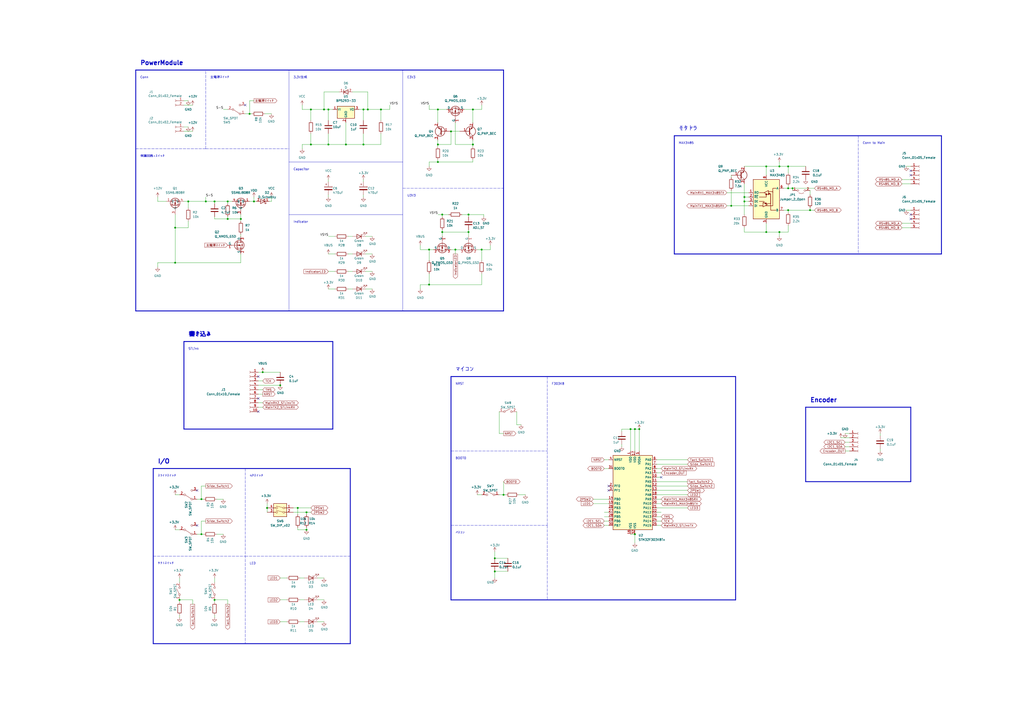
<source format=kicad_sch>
(kicad_sch (version 20211123) (generator eeschema)
  (paper "A2")
  (junction (at 132.08 127))
  (junction (at 180.34 63.5))
  (junction (at 132.08 116.84))
  (junction (at 116.84 309.88))
  (junction (at 248.92 144.78))
  (junction (at 124.46 347.98))
  (junction (at 139.7 127))
  (junction (at 256.54 134.62))
  (junction (at 370.84 248.92))
  (junction (at 162.56 223.52))
  (junction (at 177.8 307.34))
  (junction (at 152.4 215.9))
  (junction (at 116.84 289.56))
  (junction (at 200.66 83.82))
  (junction (at 104.14 347.98))
  (junction (at 180.34 83.82))
  (junction (at 271.78 134.62))
  (junction (at 172.72 294.64))
  (junction (at 368.3 248.92))
  (junction (at 213.36 63.5))
  (junction (at 444.5 96.52))
  (junction (at 190.5 63.5))
  (junction (at 287.02 323.85))
  (junction (at 457.2 109.22))
  (junction (at 287.02 331.47))
  (junction (at 220.98 63.5))
  (junction (at 264.16 144.78))
  (junction (at 274.32 83.82))
  (junction (at 190.5 83.82))
  (junction (at 365.76 248.92))
  (junction (at 292.1 287.02))
  (junction (at 254 83.82))
  (junction (at 210.82 63.5))
  (junction (at 119.38 116.84))
  (junction (at 368.3 309.88))
  (junction (at 124.46 116.84))
  (junction (at 457.2 121.92))
  (junction (at 101.6 152.4))
  (junction (at 469.9 121.92))
  (junction (at 248.92 165.1))
  (junction (at 254 93.98))
  (junction (at 279.4 144.78))
  (junction (at 187.96 63.5))
  (junction (at 109.22 116.84))
  (junction (at 452.12 96.52))
  (junction (at 457.2 96.52))
  (junction (at 424.18 119.38))
  (junction (at 154.94 294.64))
  (junction (at 452.12 134.62))
  (junction (at 261.62 76.2))
  (junction (at 256.54 124.46))
  (junction (at 271.78 124.46))
  (junction (at 147.32 116.84))
  (junction (at 274.32 63.5))
  (junction (at 254 63.5))
  (junction (at 210.82 83.82))
  (junction (at 144.78 66.04))
  (junction (at 431.8 114.3))
  (junction (at 431.8 116.84))
  (junction (at 444.5 134.62))
  (junction (at 101.6 132.08))
  (junction (at 177.8 297.18))
  (junction (at 459.74 109.22))
  (no_connect (at 149.86 231.14))
  (no_connect (at 353.06 281.94))
  (no_connect (at 114.3 284.48))
  (no_connect (at 383.54 276.86))
  (no_connect (at 528.32 127))
  (no_connect (at 528.32 99.06))
  (no_connect (at 142.24 60.96))
  (no_connect (at 149.86 238.76))
  (no_connect (at 149.86 218.44))
  (no_connect (at 353.06 284.48))
  (no_connect (at 114.3 304.8))
  (no_connect (at 528.32 124.46))
  (no_connect (at 528.32 101.6))
  (polyline (pts (xy 426.72 347.98) (xy 426.72 218.44)) (stroke (width 0.5) (type solid)))
  (wire (pts (xy 184.15 360.68) (xy 187.96 360.68)))
  (wire (pts (xy 124.46 127) (xy 132.08 127)))
  (wire (pts (xy 190.5 63.5) (xy 193.04 63.5)))
  (wire (pts (xy 431.8 96.52) (xy 444.5 96.52)))
  (wire (pts (xy 210.82 83.82) (xy 220.98 83.82)))
  (polyline (pts (xy 119.38 86.36) (xy 119.38 40.64)))
  (wire (pts (xy 261.62 144.78) (xy 264.16 144.78)))
  (wire (pts (xy 204.47 53.34) (xy 213.36 53.34)))
  (polyline (pts (xy 142.24 271.78) (xy 142.24 373.38)))
  (wire (pts (xy 190.5 147.32) (xy 194.31 147.32)))
  (wire (pts (xy 190.5 63.5) (xy 190.5 69.85)))
  (wire (pts (xy 124.46 347.98) (xy 124.46 349.25)))
  (wire (pts (xy 190.5 77.47) (xy 190.5 83.82)))
  (wire (pts (xy 125.73 309.88) (xy 129.54 309.88)))
  (wire (pts (xy 490.22 251.46) (xy 492.76 251.46)))
  (wire (pts (xy 248.92 93.98) (xy 254 93.98)))
  (wire (pts (xy 173.99 360.68) (xy 176.53 360.68)))
  (wire (pts (xy 469.9 110.49) (xy 469.9 113.03)))
  (wire (pts (xy 153.67 66.04) (xy 157.48 66.04)))
  (wire (pts (xy 210.82 104.14) (xy 210.82 105.41)))
  (wire (pts (xy 248.92 63.5) (xy 254 63.5)))
  (wire (pts (xy 109.22 128.27) (xy 109.22 132.08)))
  (wire (pts (xy 248.92 144.78) (xy 243.84 144.78)))
  (wire (pts (xy 139.7 124.46) (xy 139.7 127)))
  (wire (pts (xy 454.66 109.22) (xy 457.2 109.22)))
  (wire (pts (xy 190.5 104.14) (xy 190.5 105.41)))
  (wire (pts (xy 124.46 116.84) (xy 132.08 116.84)))
  (wire (pts (xy 139.7 147.32) (xy 139.7 152.4)))
  (wire (pts (xy 280.67 124.46) (xy 280.67 125.73)))
  (polyline (pts (xy 233.68 93.98) (xy 233.68 180.34)) (stroke (width 0) (type solid)))
  (wire (pts (xy 116.84 289.56) (xy 118.11 289.56)))
  (wire (pts (xy 251.46 144.78) (xy 248.92 144.78)))
  (polyline (pts (xy 167.64 93.98) (xy 233.68 93.98)) (stroke (width 0) (type solid)))
  (wire (pts (xy 344.17 289.56) (xy 353.06 289.56)))
  (wire (pts (xy 162.56 360.68) (xy 166.37 360.68)))
  (polyline (pts (xy 261.62 347.98) (xy 426.72 347.98)) (stroke (width 0.5) (type solid)))
  (wire (pts (xy 256.54 134.62) (xy 256.54 137.16)))
  (wire (pts (xy 190.5 157.48) (xy 194.31 157.48)))
  (wire (pts (xy 381 294.64) (xy 398.78 294.64)))
  (wire (pts (xy 212.09 137.16) (xy 215.9 137.16)))
  (wire (pts (xy 344.17 292.1) (xy 353.06 292.1)))
  (wire (pts (xy 256.54 124.46) (xy 256.54 125.73)))
  (wire (pts (xy 381 276.86) (xy 383.54 276.86)))
  (wire (pts (xy 261.62 83.82) (xy 261.62 76.2)))
  (wire (pts (xy 212.09 147.32) (xy 215.9 147.32)))
  (polyline (pts (xy 88.9 373.38) (xy 203.2 373.38)) (stroke (width 0.5) (type solid)))
  (polyline (pts (xy 467.36 236.22) (xy 528.32 236.22)) (stroke (width 0.5) (type solid)))
  (wire (pts (xy 173.99 335.28) (xy 176.53 335.28)))
  (polyline (pts (xy 106.68 248.92) (xy 193.04 248.92)) (stroke (width 0.5) (type solid)))
  (wire (pts (xy 119.38 114.3) (xy 119.38 116.84)))
  (wire (pts (xy 104.14 347.98) (xy 104.14 349.25)))
  (wire (pts (xy 256.54 133.35) (xy 256.54 134.62)))
  (wire (pts (xy 365.76 248.92) (xy 365.76 261.62)))
  (wire (pts (xy 201.93 157.48) (xy 204.47 157.48)))
  (wire (pts (xy 271.78 133.35) (xy 271.78 134.62)))
  (wire (pts (xy 287.02 323.85) (xy 294.64 323.85)))
  (wire (pts (xy 106.68 116.84) (xy 109.22 116.84)))
  (wire (pts (xy 424.18 119.38) (xy 434.34 119.38)))
  (wire (pts (xy 254 93.98) (xy 274.32 93.98)))
  (wire (pts (xy 299.72 238.76) (xy 299.72 246.38)))
  (wire (pts (xy 264.16 144.78) (xy 264.16 147.32)))
  (wire (pts (xy 287.02 320.04) (xy 287.02 323.85)))
  (wire (pts (xy 184.15 335.28) (xy 187.96 335.28)))
  (wire (pts (xy 431.8 114.3) (xy 431.8 116.84)))
  (wire (pts (xy 368.3 309.88) (xy 368.3 314.96)))
  (polyline (pts (xy 292.1 180.34) (xy 292.1 40.64)) (stroke (width 0.5) (type solid)))
  (polyline (pts (xy 78.74 40.64) (xy 78.74 180.34)) (stroke (width 0.5) (type solid)))
  (wire (pts (xy 187.96 63.5) (xy 190.5 63.5)))
  (wire (pts (xy 187.96 53.34) (xy 187.96 63.5)))
  (wire (pts (xy 350.52 299.72) (xy 353.06 299.72)))
  (polyline (pts (xy 391.16 147.32) (xy 391.16 78.74)) (stroke (width 0.5) (type solid)))
  (wire (pts (xy 243.84 165.1) (xy 248.92 165.1)))
  (wire (pts (xy 254 63.5) (xy 254 71.12)))
  (wire (pts (xy 264.16 144.78) (xy 266.7 144.78)))
  (polyline (pts (xy 193.04 198.12) (xy 106.68 198.12)) (stroke (width 0.5) (type solid)))
  (wire (pts (xy 444.5 96.52) (xy 452.12 96.52)))
  (wire (pts (xy 213.36 63.5) (xy 220.98 63.5)))
  (polyline (pts (xy 167.64 124.46) (xy 233.68 124.46)) (stroke (width 0) (type solid)))
  (wire (pts (xy 254 124.46) (xy 256.54 124.46)))
  (wire (pts (xy 180.34 63.5) (xy 187.96 63.5)))
  (wire (pts (xy 457.2 134.62) (xy 452.12 134.62)))
  (wire (pts (xy 457.2 130.81) (xy 457.2 134.62)))
  (wire (pts (xy 213.36 53.34) (xy 213.36 63.5)))
  (wire (pts (xy 452.12 96.52) (xy 452.12 93.98)))
  (wire (pts (xy 162.56 347.98) (xy 166.37 347.98)))
  (polyline (pts (xy 467.36 236.22) (xy 467.36 279.4)) (stroke (width 0.5) (type solid)))
  (wire (pts (xy 248.92 60.96) (xy 248.92 63.5)))
  (wire (pts (xy 220.98 63.5) (xy 226.06 63.5)))
  (polyline (pts (xy 261.62 218.44) (xy 261.62 347.98)) (stroke (width 0.5) (type solid)))
  (wire (pts (xy 177.8 307.34) (xy 172.72 307.34)))
  (wire (pts (xy 292.1 279.4) (xy 292.1 287.02)))
  (wire (pts (xy 144.78 116.84) (xy 147.32 116.84)))
  (wire (pts (xy 431.8 116.84) (xy 434.34 116.84)))
  (wire (pts (xy 132.08 127) (xy 139.7 127)))
  (wire (pts (xy 254 83.82) (xy 261.62 83.82)))
  (wire (pts (xy 279.4 144.78) (xy 279.4 151.13)))
  (wire (pts (xy 139.7 127) (xy 139.7 128.27)))
  (polyline (pts (xy 233.68 40.64) (xy 233.68 93.98)) (stroke (width 0) (type solid)))
  (wire (pts (xy 459.74 109.22) (xy 472.44 109.22)))
  (wire (pts (xy 175.26 83.82) (xy 180.34 83.82)))
  (wire (pts (xy 248.92 144.78) (xy 248.92 151.13)))
  (wire (pts (xy 289.56 287.02) (xy 292.1 287.02)))
  (polyline (pts (xy 88.9 271.78) (xy 203.2 271.78)) (stroke (width 0.5) (type solid)))
  (polyline (pts (xy 78.74 40.64) (xy 292.1 40.64)) (stroke (width 0.5) (type solid)))
  (wire (pts (xy 91.44 152.4) (xy 91.44 154.94)))
  (wire (pts (xy 149.86 215.9) (xy 152.4 215.9)))
  (wire (pts (xy 187.96 53.34) (xy 196.85 53.34)))
  (wire (pts (xy 279.4 158.75) (xy 279.4 165.1)))
  (wire (pts (xy 457.2 121.92) (xy 469.9 121.92)))
  (polyline (pts (xy 193.04 248.92) (xy 193.04 198.12)) (stroke (width 0.5) (type solid)))
  (wire (pts (xy 431.8 134.62) (xy 444.5 134.62)))
  (wire (pts (xy 381 304.8) (xy 383.54 304.8)))
  (wire (pts (xy 381 302.26) (xy 383.54 302.26)))
  (wire (pts (xy 109.22 116.84) (xy 109.22 120.65)))
  (wire (pts (xy 528.32 121.92) (xy 525.78 121.92)))
  (wire (pts (xy 368.3 248.92) (xy 370.84 248.92)))
  (wire (pts (xy 212.09 157.48) (xy 215.9 157.48)))
  (wire (pts (xy 256.54 124.46) (xy 260.35 124.46)))
  (wire (pts (xy 149.86 220.98) (xy 152.4 220.98)))
  (wire (pts (xy 381 271.78) (xy 383.54 271.78)))
  (wire (pts (xy 381 281.94) (xy 398.78 281.94)))
  (wire (pts (xy 292.1 287.02) (xy 293.37 287.02)))
  (polyline (pts (xy 261.62 304.8) (xy 317.5 304.8)))
  (wire (pts (xy 353.06 266.7) (xy 350.52 266.7)))
  (wire (pts (xy 210.82 113.03) (xy 210.82 114.3)))
  (wire (pts (xy 381 297.18) (xy 383.54 297.18)))
  (wire (pts (xy 271.78 124.46) (xy 271.78 125.73)))
  (wire (pts (xy 104.14 335.28) (xy 104.14 337.82)))
  (polyline (pts (xy 317.5 304.8) (xy 317.5 347.98)))
  (wire (pts (xy 457.2 96.52) (xy 457.2 100.33)))
  (polyline (pts (xy 261.62 261.62) (xy 317.5 261.62)))
  (polyline (pts (xy 233.68 109.22) (xy 292.1 109.22)))
  (wire (pts (xy 267.97 124.46) (xy 271.78 124.46)))
  (wire (pts (xy 132.08 347.98) (xy 124.46 347.98)))
  (polyline (pts (xy 391.16 78.74) (xy 546.1 78.74)) (stroke (width 0.5) (type solid)))
  (wire (pts (xy 172.72 307.34) (xy 172.72 306.07)))
  (wire (pts (xy 101.6 287.02) (xy 104.14 287.02)))
  (wire (pts (xy 210.82 63.5) (xy 210.82 69.85)))
  (wire (pts (xy 132.08 116.84) (xy 134.62 116.84)))
  (wire (pts (xy 139.7 135.89) (xy 139.7 137.16)))
  (wire (pts (xy 212.09 167.64) (xy 215.9 167.64)))
  (wire (pts (xy 254 81.28) (xy 254 83.82)))
  (wire (pts (xy 210.82 63.5) (xy 213.36 63.5)))
  (polyline (pts (xy 88.9 322.58) (xy 142.24 322.58)))
  (wire (pts (xy 381 299.72) (xy 383.54 299.72)))
  (wire (pts (xy 490.22 261.62) (xy 492.76 261.62)))
  (wire (pts (xy 149.86 236.22) (xy 152.4 236.22)))
  (wire (pts (xy 91.44 114.3) (xy 91.44 116.84)))
  (wire (pts (xy 200.66 71.12) (xy 200.66 83.82)))
  (wire (pts (xy 154.94 292.1) (xy 154.94 294.64)))
  (wire (pts (xy 119.38 281.94) (xy 116.84 281.94)))
  (wire (pts (xy 452.12 134.62) (xy 452.12 137.16)))
  (wire (pts (xy 144.78 66.04) (xy 146.05 66.04)))
  (wire (pts (xy 254 92.71) (xy 254 93.98)))
  (polyline (pts (xy 119.38 86.36) (xy 167.64 86.36)))
  (wire (pts (xy 119.38 302.26) (xy 116.84 302.26)))
  (wire (pts (xy 180.34 83.82) (xy 190.5 83.82)))
  (wire (pts (xy 381 274.32) (xy 383.54 274.32)))
  (wire (pts (xy 360.68 248.92) (xy 365.76 248.92)))
  (wire (pts (xy 170.18 297.18) (xy 177.8 297.18)))
  (wire (pts (xy 144.78 58.42) (xy 144.78 66.04)))
  (polyline (pts (xy 546.1 78.74) (xy 546.1 147.32)) (stroke (width 0.5) (type solid)))
  (wire (pts (xy 271.78 134.62) (xy 271.78 137.16)))
  (wire (pts (xy 365.76 309.88) (xy 368.3 309.88)))
  (wire (pts (xy 248.92 165.1) (xy 279.4 165.1)))
  (polyline (pts (xy 467.36 279.4) (xy 528.32 279.4)) (stroke (width 0.5) (type solid)))
  (wire (pts (xy 190.5 113.03) (xy 190.5 114.3)))
  (wire (pts (xy 106.68 76.2) (xy 111.76 76.2)))
  (wire (pts (xy 149.86 228.6) (xy 152.4 228.6)))
  (wire (pts (xy 457.2 109.22) (xy 459.74 109.22)))
  (wire (pts (xy 243.84 144.78) (xy 243.84 142.24)))
  (polyline (pts (xy 78.74 86.36) (xy 119.38 86.36)))
  (wire (pts (xy 177.8 297.18) (xy 180.34 297.18)))
  (wire (pts (xy 510.54 260.35) (xy 510.54 261.62)))
  (wire (pts (xy 350.52 297.18) (xy 353.06 297.18)))
  (wire (pts (xy 292.1 251.46) (xy 289.56 251.46)))
  (polyline (pts (xy 391.16 147.32) (xy 546.1 147.32)) (stroke (width 0.5) (type solid)))
  (wire (pts (xy 149.86 226.06) (xy 152.4 226.06)))
  (wire (pts (xy 381 287.02) (xy 398.78 287.02)))
  (wire (pts (xy 173.99 347.98) (xy 176.53 347.98)))
  (wire (pts (xy 101.6 152.4) (xy 139.7 152.4)))
  (wire (pts (xy 459.74 109.22) (xy 459.74 110.49)))
  (polyline (pts (xy 106.68 198.12) (xy 106.68 248.92)) (stroke (width 0.5) (type solid)))
  (wire (pts (xy 162.56 335.28) (xy 166.37 335.28)))
  (wire (pts (xy 201.93 147.32) (xy 204.47 147.32)))
  (wire (pts (xy 431.8 114.3) (xy 434.34 114.3)))
  (wire (pts (xy 210.82 77.47) (xy 210.82 83.82)))
  (wire (pts (xy 190.5 137.16) (xy 194.31 137.16)))
  (wire (pts (xy 129.54 63.5) (xy 132.08 63.5)))
  (wire (pts (xy 457.2 96.52) (xy 467.36 96.52)))
  (wire (pts (xy 274.32 63.5) (xy 279.4 63.5)))
  (wire (pts (xy 523.24 132.08) (xy 528.32 132.08)))
  (wire (pts (xy 111.76 347.98) (xy 111.76 350.52)))
  (wire (pts (xy 147.32 58.42) (xy 144.78 58.42)))
  (wire (pts (xy 424.18 101.6) (xy 424.18 102.87)))
  (wire (pts (xy 220.98 77.47) (xy 220.98 83.82)))
  (wire (pts (xy 360.68 257.81) (xy 360.68 259.08)))
  (wire (pts (xy 360.68 250.19) (xy 360.68 248.92)))
  (wire (pts (xy 274.32 71.12) (xy 274.32 63.5)))
  (wire (pts (xy 226.06 60.96) (xy 226.06 63.5)))
  (wire (pts (xy 156.21 116.84) (xy 157.48 116.84)))
  (polyline (pts (xy 261.62 218.44) (xy 426.72 218.44)) (stroke (width 0.5) (type solid)))
  (wire (pts (xy 381 266.7) (xy 398.78 266.7)))
  (wire (pts (xy 490.22 256.54) (xy 492.76 256.54)))
  (polyline (pts (xy 88.9 271.78) (xy 88.9 373.38)) (stroke (width 0.5) (type solid)))
  (polyline (pts (xy 528.32 279.4) (xy 528.32 236.22)) (stroke (width 0.5) (type solid)))
  (wire (pts (xy 287.02 331.47) (xy 287.02 335.28)))
  (wire (pts (xy 147.32 116.84) (xy 148.59 116.84)))
  (wire (pts (xy 101.6 124.46) (xy 101.6 132.08)))
  (wire (pts (xy 119.38 116.84) (xy 124.46 116.84)))
  (wire (pts (xy 294.64 331.47) (xy 287.02 331.47)))
  (wire (pts (xy 132.08 347.98) (xy 132.08 350.52)))
  (wire (pts (xy 147.32 114.3) (xy 147.32 116.84)))
  (polyline (pts (xy 317.5 218.44) (xy 317.5 304.8)))
  (wire (pts (xy 106.68 58.42) (xy 109.22 58.42)))
  (wire (pts (xy 421.64 111.76) (xy 434.34 111.76)))
  (wire (pts (xy 274.32 81.28) (xy 274.32 83.82)))
  (wire (pts (xy 271.78 124.46) (xy 280.67 124.46)))
  (polyline (pts (xy 142.24 322.58) (xy 203.2 322.58)))
  (wire (pts (xy 269.24 63.5) (xy 274.32 63.5)))
  (wire (pts (xy 444.5 96.52) (xy 444.5 101.6)))
  (wire (pts (xy 91.44 116.84) (xy 96.52 116.84)))
  (wire (pts (xy 184.15 347.98) (xy 187.96 347.98)))
  (wire (pts (xy 157.48 114.3) (xy 157.48 116.84)))
  (wire (pts (xy 201.93 167.64) (xy 204.47 167.64)))
  (wire (pts (xy 149.86 223.52) (xy 162.56 223.52)))
  (wire (pts (xy 469.9 120.65) (xy 469.9 121.92)))
  (wire (pts (xy 114.3 289.56) (xy 116.84 289.56)))
  (wire (pts (xy 276.86 144.78) (xy 279.4 144.78)))
  (wire (pts (xy 243.84 167.64) (xy 243.84 165.1)))
  (wire (pts (xy 124.46 125.73) (xy 124.46 127)))
  (wire (pts (xy 149.86 233.68) (xy 152.4 233.68)))
  (wire (pts (xy 124.46 335.28) (xy 124.46 337.82)))
  (wire (pts (xy 528.32 96.52) (xy 525.78 96.52)))
  (wire (pts (xy 109.22 116.84) (xy 119.38 116.84)))
  (wire (pts (xy 124.46 116.84) (xy 124.46 118.11)))
  (wire (pts (xy 452.12 134.62) (xy 444.5 134.62)))
  (wire (pts (xy 256.54 134.62) (xy 271.78 134.62)))
  (wire (pts (xy 444.5 129.54) (xy 444.5 134.62)))
  (wire (pts (xy 177.8 307.34) (xy 177.8 306.07)))
  (wire (pts (xy 106.68 73.66) (xy 109.22 73.66)))
  (wire (pts (xy 180.34 77.47) (xy 180.34 83.82)))
  (wire (pts (xy 106.68 60.96) (xy 111.76 60.96)))
  (wire (pts (xy 276.86 287.02) (xy 279.4 287.02)))
  (wire (pts (xy 264.16 71.12) (xy 264.16 83.82)))
  (polyline (pts (xy 497.84 78.74) (xy 497.84 147.32)))
  (wire (pts (xy 523.24 129.54) (xy 528.32 129.54)))
  (wire (pts (xy 101.6 152.4) (xy 91.44 152.4)))
  (wire (pts (xy 487.68 254) (xy 492.76 254)))
  (wire (pts (xy 284.48 144.78) (xy 279.4 144.78)))
  (wire (pts (xy 177.8 298.45) (xy 177.8 297.18)))
  (wire (pts (xy 264.16 83.82) (xy 274.32 83.82)))
  (wire (pts (xy 172.72 294.64) (xy 172.72 298.45)))
  (wire (pts (xy 101.6 132.08) (xy 101.6 152.4)))
  (wire (pts (xy 365.76 248.92) (xy 368.3 248.92)))
  (wire (pts (xy 109.22 132.08) (xy 101.6 132.08)))
  (wire (pts (xy 175.26 63.5) (xy 180.34 63.5)))
  (wire (pts (xy 300.99 287.02) (xy 304.8 287.02)))
  (wire (pts (xy 190.5 83.82) (xy 200.66 83.82)))
  (wire (pts (xy 274.32 92.71) (xy 274.32 93.98)))
  (wire (pts (xy 132.08 125.73) (xy 132.08 127)))
  (wire (pts (xy 254 83.82) (xy 254 85.09)))
  (wire (pts (xy 523.24 104.14) (xy 528.32 104.14)))
  (wire (pts (xy 116.84 302.26) (xy 116.84 309.88)))
  (wire (pts (xy 261.62 76.2) (xy 266.7 76.2)))
  (wire (pts (xy 190.5 167.64) (xy 194.31 167.64)))
  (wire (pts (xy 457.2 107.95) (xy 457.2 109.22)))
  (wire (pts (xy 381 292.1) (xy 383.54 292.1)))
  (wire (pts (xy 124.46 356.87) (xy 124.46 358.14)))
  (wire (pts (xy 220.98 63.5) (xy 220.98 69.85)))
  (wire (pts (xy 370.84 248.92) (xy 370.84 261.62)))
  (wire (pts (xy 154.94 294.64) (xy 154.94 297.18)))
  (wire (pts (xy 279.4 60.96) (xy 279.4 63.5)))
  (wire (pts (xy 523.24 106.68) (xy 528.32 106.68)))
  (polyline (pts (xy 78.74 180.34) (xy 292.1 180.34)) (stroke (width 0.5) (type solid)))
  (wire (pts (xy 116.84 281.94) (xy 116.84 289.56)))
  (wire (pts (xy 175.26 83.82) (xy 175.26 86.36)))
  (wire (pts (xy 381 269.24) (xy 398.78 269.24)))
  (wire (pts (xy 114.3 309.88) (xy 116.84 309.88)))
  (wire (pts (xy 510.54 251.46) (xy 510.54 252.73)))
  (wire (pts (xy 259.08 63.5) (xy 254 63.5)))
  (wire (pts (xy 431.8 106.68) (xy 431.8 114.3)))
  (wire (pts (xy 170.18 294.64) (xy 172.72 294.64)))
  (polyline (pts (xy 167.64 40.64) (xy 167.64 180.34)) (stroke (width 0) (type solid)))
  (wire (pts (xy 350.52 302.26) (xy 353.06 302.26)))
  (wire (pts (xy 368.3 261.62) (xy 368.3 248.92)))
  (wire (pts (xy 175.26 60.96) (xy 175.26 63.5)))
  (wire (pts (xy 381 289.56) (xy 383.54 289.56)))
  (wire (pts (xy 454.66 121.92) (xy 457.2 121.92)))
  (wire (pts (xy 248.92 158.75) (xy 248.92 165.1)))
  (wire (pts (xy 132.08 116.84) (xy 132.08 118.11)))
  (wire (pts (xy 289.56 238.76) (xy 289.56 251.46)))
  (wire (pts (xy 431.8 116.84) (xy 431.8 124.46)))
  (wire (pts (xy 101.6 307.34) (xy 104.14 307.34)))
  (wire (pts (xy 116.84 309.88) (xy 118.11 309.88)))
  (wire (pts (xy 172.72 294.64) (xy 180.34 294.64)))
  (wire (pts (xy 350.52 271.78) (xy 353.06 271.78)))
  (wire (pts (xy 111.76 347.98) (xy 104.14 347.98)))
  (wire (pts (xy 274.32 83.82) (xy 274.32 85.09)))
  (wire (pts (xy 424.18 110.49) (xy 424.18 119.38)))
  (wire (pts (xy 208.28 63.5) (xy 210.82 63.5)))
  (wire (pts (xy 104.14 356.87) (xy 104.14 358.14)))
  (wire (pts (xy 142.24 66.04) (xy 144.78 66.04)))
  (wire (pts (xy 299.72 246.38) (xy 302.26 246.38)))
  (wire (pts (xy 457.2 121.92) (xy 457.2 123.19)))
  (wire (pts (xy 381 279.4) (xy 398.78 279.4)))
  (wire (pts (xy 421.64 119.38) (xy 424.18 119.38)))
  (wire (pts (xy 201.93 137.16) (xy 204.47 137.16)))
  (wire (pts (xy 381 284.48) (xy 398.78 284.48)))
  (wire (pts (xy 350.52 304.8) (xy 353.06 304.8)))
  (wire (pts (xy 152.4 215.9) (xy 162.56 215.9)))
  (polyline (pts (xy 203.2 373.38) (xy 203.2 271.78)) (stroke (width 0.5) (type solid)))
  (wire (pts (xy 452.12 96.52) (xy 457.2 96.52)))
  (wire (pts (xy 200.66 83.82) (xy 210.82 83.82)))
  (wire (pts (xy 248.92 93.98) (xy 248.92 96.52)))
  (wire (pts (xy 490.22 259.08) (xy 492.76 259.08)))
  (wire (pts (xy 180.34 63.5) (xy 180.34 69.85)))
  (wire (pts (xy 284.48 142.24) (xy 284.48 144.78)))
  (wire (pts (xy 431.8 132.08) (xy 431.8 134.62)))
  (wire (pts (xy 125.73 289.56) (xy 129.54 289.56)))
  (wire (pts (xy 469.9 121.92) (xy 472.44 121.92)))
  (text "Conn to Main" (at 500.38 83.82 0) (effects (font (size 1.27 1.27)) (justify left bottom)))
  (text "保護回路・スイッチ" (at 81.28 91.44 0) (effects (font (size 1.27 1.27)) (justify left bottom)))
  (text "タクトスイッチ" (at 91.44 327.66 0) (effects (font (size 1.27 1.27)) (justify left bottom)))
  (text "LED" (at 144.78 327.66 0) (effects (font (size 1.27 1.27)) (justify left bottom)))
  (text "I/O" (at 91.44 269.24 0) (effects (font (size 2.54 2.54) (thickness 0.508) bold) (justify left bottom)))
  (text "モタドラ" (at 393.7 76.2 0) (effects (font (size 2.54 2.54) (thickness 0.254) bold) (justify left bottom)))
  (text "STLink" (at 109.22 203.2 0) (effects (font (size 1.27 1.27)) (justify left bottom)))
  (text "スライドスイッチ" (at 91.44 276.86 0) (effects (font (size 1.27 1.27)) (justify left bottom)))
  (text "3.3V生成" (at 170.18 45.72 0) (effects (font (size 1.27 1.27)) (justify left bottom)))
  (text "F303K8" (at 320.04 223.52 0) (effects (font (size 1.27 1.27)) (justify left bottom)))
  (text "書き込み" (at 109.22 195.58 0) (effects (font (size 2.54 2.54) (thickness 0.508) bold) (justify left bottom)))
  (text "NRST" (at 264.16 223.52 0) (effects (font (size 1.27 1.27)) (justify left bottom)))
  (text "Capacitor" (at 170.18 99.06 0) (effects (font (size 1.27 1.27)) (justify left bottom)))
  (text "BOOT0" (at 264.16 266.7 0) (effects (font (size 1.27 1.27)) (justify left bottom)))
  (text "Conn" (at 81.28 45.72 0) (effects (font (size 1.27 1.27)) (justify left bottom)))
  (text "Encoder" (at 469.9 233.68 0) (effects (font (size 2.54 2.54) (thickness 0.508) bold) (justify left bottom)))
  (text "PowerModule" (at 81.28 38.1 0) (effects (font (size 2.54 2.54) (thickness 0.508) bold) (justify left bottom)))
  (text "E3V3" (at 236.22 45.72 0) (effects (font (size 1.27 1.27)) (justify left bottom)))
  (text "U3V3" (at 236.22 114.3 0) (effects (font (size 1.27 1.27)) (justify left bottom)))
  (text "パスコン" (at 264.16 309.88 0) (effects (font (size 1.27 1.27)) (justify left bottom)))
  (text "Indicator" (at 170.18 129.54 0) (effects (font (size 1.27 1.27)) (justify left bottom)))
  (text "4Pスイッチ" (at 144.78 276.86 0) (effects (font (size 1.27 1.27)) (justify left bottom)))
  (text "マイコン" (at 264.16 215.9 0) (effects (font (size 2.54 2.54) (thickness 0.254) bold) (justify left bottom)))
  (text "MAX3485" (at 393.7 83.82 0) (effects (font (size 1.27 1.27)) (justify left bottom)))
  (text "主電源スイッチ" (at 121.92 45.72 0) (effects (font (size 1.27 1.27)) (justify left bottom)))
  (label "S-S" (at 119.38 114.3 0))
  (label "VSYS" (at 226.06 60.96 0))
  (label "VSYS" (at 190.5 137.16 180))
  (label "S-S" (at 129.54 63.5 180))
  (label "VSYS" (at 248.92 60.96 180))
  (label "VSYS" (at 254 124.46 180))
  (global_label "LED3" (shape input) (at 398.78 294.64 0) (property "Intersheet References" "${INTERSHEET_REFS}" (effects hide)))
  (global_label "MainTX2_STLinkRX" (shape bidirectional) (at 152.4 236.22 0) (property "Intersheet References" "${INTERSHEET_REFS}" (effects hide)))
  (global_label "MainTX1_MAX3485RX" (shape bidirectional) (at 383.54 289.56 0) (property "Intersheet References" "${INTERSHEET_REFS}" (effects hide)))
  (global_label "LED2" (shape input) (at 398.78 287.02 0) (property "Intersheet References" "${INTERSHEET_REFS}" (effects hide)))
  (global_label "RS485_MD_A" (shape bidirectional) (at 472.44 109.22 0) (property "Intersheet References" "${INTERSHEET_REFS}" (effects hide)))
  (global_label "2PSW1" (shape bidirectional) (at 180.34 294.64 0) (property "Intersheet References" "${INTERSHEET_REFS}" (effects hide)))
  (global_label "I2C1_SCL" (shape bidirectional) (at 350.52 302.26 180) (property "Intersheet References" "${INTERSHEET_REFS}" (effects hide)))
  (global_label "BOOT0" (shape bidirectional) (at 350.52 271.78 180) (property "Intersheet References" "${INTERSHEET_REFS}" (effects hide)))
  (global_label "2PSW2" (shape bidirectional) (at 180.34 297.18 0) (property "Intersheet References" "${INTERSHEET_REFS}" (effects hide)))
  (global_label "TCK" (shape bidirectional) (at 383.54 302.26 0) (property "Intersheet References" "${INTERSHEET_REFS}" (effects hide)))
  (global_label "主電源スイッチ" (shape output) (at 147.32 58.42 0) (property "Intersheet References" "${INTERSHEET_REFS}" (effects hide)))
  (global_label "I2C1_SDA" (shape bidirectional) (at 350.52 304.8 180) (property "Intersheet References" "${INTERSHEET_REFS}" (effects hide)))
  (global_label "NRST" (shape output) (at 292.1 251.46 0) (property "Intersheet References" "${INTERSHEET_REFS}" (effects hide)))
  (global_label "RS485_MD_B" (shape bidirectional) (at 523.24 132.08 180) (property "Intersheet References" "${INTERSHEET_REFS}" (effects hide)))
  (global_label "Slide_Switch2" (shape output) (at 119.38 302.26 0) (property "Intersheet References" "${INTERSHEET_REFS}" (effects hide)))
  (global_label "I2C1_SCL" (shape bidirectional) (at 490.22 256.54 180) (property "Intersheet References" "${INTERSHEET_REFS}" (effects hide)))
  (global_label "Tact_Switch2" (shape output) (at 398.78 279.4 0) (property "Intersheet References" "${INTERSHEET_REFS}" (effects hide)))
  (global_label "LED3" (shape input) (at 162.56 360.68 180) (property "Intersheet References" "${INTERSHEET_REFS}" (effects hide)))
  (global_label "主電源スイッチ" (shape input) (at 132.08 142.24 180) (property "Intersheet References" "${INTERSHEET_REFS}" (effects hide)))
  (global_label "RS485_MD_B" (shape bidirectional) (at 523.24 106.68 180) (property "Intersheet References" "${INTERSHEET_REFS}" (effects hide)))
  (global_label "2PSW1" (shape bidirectional) (at 398.78 284.48 0) (property "Intersheet References" "${INTERSHEET_REFS}" (effects hide)))
  (global_label "TCK" (shape bidirectional) (at 152.4 220.98 0) (property "Intersheet References" "${INTERSHEET_REFS}" (effects hide)))
  (global_label "Slide_Switch1" (shape input) (at 398.78 269.24 0) (property "Intersheet References" "${INTERSHEET_REFS}" (effects hide)))
  (global_label "TMS" (shape bidirectional) (at 152.4 226.06 0) (property "Intersheet References" "${INTERSHEET_REFS}" (effects hide)))
  (global_label "MainRX1_MAX3485TX" (shape bidirectional) (at 383.54 292.1 0) (property "Intersheet References" "${INTERSHEET_REFS}" (effects hide)))
  (global_label "Tact_Switch2" (shape output) (at 132.08 350.52 270) (property "Intersheet References" "${INTERSHEET_REFS}" (effects hide)))
  (global_label "LED1" (shape input) (at 344.17 292.1 180) (property "Intersheet References" "${INTERSHEET_REFS}" (effects hide)))
  (global_label "Tact_Switch1" (shape input) (at 398.78 266.7 0) (property "Intersheet References" "${INTERSHEET_REFS}" (effects hide)))
  (global_label "Encoder_OUT" (shape output) (at 490.22 261.62 180) (property "Intersheet References" "${INTERSHEET_REFS}" (effects hide)))
  (global_label "MainTX2_STLinkRX" (shape bidirectional) (at 383.54 271.78 0) (property "Intersheet References" "${INTERSHEET_REFS}" (effects hide)))
  (global_label "Slide_Switch2" (shape input) (at 398.78 281.94 0) (property "Intersheet References" "${INTERSHEET_REFS}" (effects hide)))
  (global_label "IndicatorLED" (shape input) (at 190.5 157.48 180) (property "Intersheet References" "${INTERSHEET_REFS}" (effects hide)))
  (global_label "MainRX2_STLinkTX" (shape bidirectional) (at 383.54 304.8 0) (property "Intersheet References" "${INTERSHEET_REFS}" (effects hide)))
  (global_label "MainRX1_MAX3485TX" (shape bidirectional) (at 421.64 111.76 180) (property "Intersheet References" "${INTERSHEET_REFS}" (effects hide)))
  (global_label "LED1" (shape input) (at 162.56 335.28 180) (property "Intersheet References" "${INTERSHEET_REFS}" (effects hide)))
  (global_label "IndicatorLED" (shape output) (at 264.16 147.32 270) (property "Intersheet References" "${INTERSHEET_REFS}" (effects hide)))
  (global_label "MainTX1_MAX3485RX" (shape bidirectional) (at 421.64 119.38 180) (property "Intersheet References" "${INTERSHEET_REFS}" (effects hide)))
  (global_label "Tact_Switch1" (shape output) (at 111.76 350.52 270) (property "Intersheet References" "${INTERSHEET_REFS}" (effects hide)))
  (global_label "MainRX2_STLinkTX" (shape bidirectional) (at 152.4 233.68 0) (property "Intersheet References" "${INTERSHEET_REFS}" (effects hide)))
  (global_label "Slide_Switch1" (shape output) (at 119.38 281.94 0) (property "Intersheet References" "${INTERSHEET_REFS}" (effects hide)))
  (global_label "BOOT0" (shape bidirectional) (at 292.1 279.4 0) (property "Intersheet References" "${INTERSHEET_REFS}" (effects hide)))
  (global_label "RS485_MD_A" (shape bidirectional) (at 523.24 104.14 180) (property "Intersheet References" "${INTERSHEET_REFS}" (effects hide)))
  (global_label "TMS" (shape bidirectional) (at 383.54 299.72 0) (property "Intersheet References" "${INTERSHEET_REFS}" (effects hide)))
  (global_label "NRST" (shape output) (at 152.4 228.6 0) (property "Intersheet References" "${INTERSHEET_REFS}" (effects hide)))
  (global_label "Encoder_OUT" (shape input) (at 383.54 274.32 0) (property "Intersheet References" "${INTERSHEET_REFS}" (effects hide)))
  (global_label "RS485_MD_A" (shape bidirectional) (at 523.24 129.54 180) (property "Intersheet References" "${INTERSHEET_REFS}" (effects hide)))
  (global_label "NRST" (shape input) (at 350.52 266.7 180) (property "Intersheet References" "${INTERSHEET_REFS}" (effects hide)))
  (global_label "I2C1_SDA" (shape bidirectional) (at 490.22 259.08 180) (property "Intersheet References" "${INTERSHEET_REFS}" (effects hide)))
  (global_label "2PSW2" (shape bidirectional) (at 344.17 289.56 180) (property "Intersheet References" "${INTERSHEET_REFS}" (effects hide)))
  (global_label "LED2" (shape input) (at 162.56 347.98 180) (property "Intersheet References" "${INTERSHEET_REFS}" (effects hide)))
  (global_label "RS485_MD_B" (shape bidirectional) (at 472.44 121.92 0) (property "Intersheet References" "${INTERSHEET_REFS}" (effects hide)))
  (symbol (lib_id "Device:C") (at 467.36 100.33 0) (unit 1)
    (property "Reference" "C18" (at 471.424 99.0599 0) (effects (justify left)))
    (property "Value" "0.1uF" (at 471.424 101.5999 0) (effects (justify left)))
    (property "Footprint" "Capacitor_SMD:C_0402_1005Metric" (effects hide))
  )
  (symbol (lib_id "power:GND") (at 368.3 314.96 0) (mirror y) (unit 1)
    (property "Reference" "#PWR0134" (effects hide))
    (property "Value" "GND" (at 368.173 319.3542 0))
  )
  (symbol (lib_id "power:+3.3V") (at 154.94 292.1 0) (unit 1)
    (property "Reference" "#PWR0138" (effects hide))
    (property "Value" "+3.3V" (at 154.305 287.655 0))
  )
  (symbol (lib_id "Switch:SW_SPST") (at 294.64 238.76 0) (unit 1)
    (property "Reference" "SW8" (at 294.64 233.68 0))
    (property "Value" "SW_SPST" (at 294.64 236.22 0))
    (property "Footprint" "Button_Switch_SMD:SW_SPST_Omron_B3FS-100xP" (effects hide))
  )
  (symbol (lib_id "power:GND") (at 248.92 96.52 0) (unit 1)
    (property "Reference" "#PWR0133" (effects hide))
    (property "Value" "GND" (at 248.92 101.6 0))
  )
  (symbol (lib_id "Device:R") (at 124.46 353.06 0) (mirror x) (unit 1)
    (property "Reference" "R5" (at 121.92 353.06 90))
    (property "Value" "10k" (at 119.38 353.06 90))
    (property "Footprint" "Resistor_SMD:R_0402_1005Metric" (effects hide))
  )
  (symbol (lib_id "Device:R") (at 457.2 127 0) (unit 1)
    (property "Reference" "R35" (at 459.74 125.7299 0) (effects (justify left)))
    (property "Value" "2.2k" (at 459.74 128.2699 0) (effects (justify left)))
    (property "Footprint" "Resistor_SMD:R_0402_1005Metric" (effects hide))
  )
  (symbol (lib_id "power:GND") (at 215.9 167.64 0) (mirror y) (unit 1)
    (property "Reference" "#PWR0102" (effects hide))
    (property "Value" "GND" (at 216.0905 171.9707 0))
  )
  (symbol (lib_id "power:GND") (at 177.8 307.34 0) (unit 1)
    (property "Reference" "#PWR0140" (effects hide))
    (property "Value" "GND" (at 177.8 312.42 0))
  )
  (symbol (lib_id "Device:R") (at 297.18 287.02 90) (mirror x) (unit 1)
    (property "Reference" "R27" (at 296.0116 288.798 0) (effects (justify left)))
    (property "Value" "10k" (at 298.323 288.798 0) (effects (justify left)))
    (property "Footprint" "Resistor_SMD:R_0402_1005Metric" (effects hide))
  )
  (symbol (lib_id "Switch:SW_SPDT") (at 109.22 287.02 0) (mirror x) (unit 1)
    (property "Reference" "SW2" (at 108.0516 290.7792 90) (effects (justify left)))
    (property "Value" "SW_SPDT" (at 110.363 290.7792 90) (effects (justify left)))
    (property "Footprint" "Slide_Switch:3P_SPDT_SlideSwitch" (effects hide))
  )
  (symbol (lib_id "Device:C") (at 210.82 73.66 0) (mirror y) (unit 1)
    (property "Reference" "C10" (at 207.01 72.3899 0) (effects (justify left)))
    (property "Value" "1uF" (at 207.01 74.9299 0) (effects (justify left)))
    (property "Footprint" "Capacitor_SMD:C_0402_1005Metric" (effects hide))
  )
  (symbol (lib_id "power:GND") (at 525.78 121.92 0) (mirror y) (unit 1)
    (property "Reference" "#PWR0159" (effects hide))
    (property "Value" "GND" (at 523.24 121.92 0))
  )
  (symbol (lib_id "Device:R") (at 170.18 335.28 270) (mirror x) (unit 1)
    (property "Reference" "R9" (at 170.18 340.36 90))
    (property "Value" "1k" (at 170.18 337.82 90))
    (property "Footprint" "Resistor_SMD:R_0402_1005Metric" (effects hide))
  )
  (symbol (lib_id "Device:R") (at 170.18 347.98 270) (mirror x) (unit 1)
    (property "Reference" "R10" (at 170.18 353.06 90))
    (property "Value" "1k" (at 170.18 350.52 90))
    (property "Footprint" "Resistor_SMD:R_0402_1005Metric" (effects hide))
  )
  (symbol (lib_id "Switch:SW_SPDT") (at 109.22 307.34 0) (mirror x) (unit 1)
    (property "Reference" "SW3" (at 108.0516 311.0992 90) (effects (justify left)))
    (property "Value" "SW_SPDT" (at 110.363 311.0992 90) (effects (justify left)))
    (property "Footprint" "Slide_Switch:3P_SPDT_SlideSwitch" (effects hide))
  )
  (symbol (lib_id "Device:R") (at 469.9 116.84 0) (unit 1)
    (property "Reference" "R36" (at 472.44 115.5699 0) (effects (justify left)))
    (property "Value" "120" (at 472.44 118.1099 0) (effects (justify left)))
    (property "Footprint" "Resistor_SMD:R_0402_1005Metric" (effects hide))
  )
  (symbol (lib_id "Device:D_Schottky") (at 152.4 116.84 180) (unit 1)
    (property "Reference" "D2" (at 154.94 111.76 0))
    (property "Value" "D_Schottky" (at 154.94 114.3 0))
    (property "Footprint" "Diode_SMD:D_SOD-123" (effects hide))
  )
  (symbol (lib_id "power:GND") (at 109.22 73.66 0) (unit 1)
    (property "Reference" "#PWR0122" (effects hide))
    (property "Value" "GND" (at 109.22 78.74 0))
  )
  (symbol (lib_id "power:GND") (at 452.12 137.16 0) (unit 1)
    (property "Reference" "#PWR0166" (effects hide))
    (property "Value" "GND" (at 452.12 142.24 0))
  )
  (symbol (lib_id "Device:R") (at 220.98 73.66 180) (unit 1)
    (property "Reference" "R17" (at 223.52 72.3899 0) (effects (justify right)))
    (property "Value" "10k" (at 223.52 74.9299 0) (effects (justify right)))
    (property "Footprint" "Resistor_SMD:R_0402_1005Metric" (effects hide))
  )
  (symbol (lib_id "power:GND") (at 104.14 358.14 0) (mirror y) (unit 1)
    (property "Reference" "#PWR0146" (effects hide))
    (property "Value" "GND" (at 104.013 362.5342 0))
  )
  (symbol (lib_id "power:GND") (at 525.78 96.52 0) (mirror y) (unit 1)
    (property "Reference" "#PWR0161" (effects hide))
    (property "Value" "GND" (at 523.24 96.52 0))
  )
  (symbol (lib_id "Device:LED") (at 180.34 360.68 180) (unit 1)
    (property "Reference" "D5" (at 180.34 365.76 0))
    (property "Value" "LED" (at 180.34 363.22 0))
    (property "Footprint" "LED_SMD:LED_0603_1608Metric_Pad1.05x0.95mm_HandSolder" (effects hide))
  )
  (symbol (lib_id "Device:LED") (at 208.28 167.64 180) (unit 1)
    (property "Reference" "D11" (at 208.28 172.72 0))
    (property "Value" "Green" (at 208.28 170.18 0))
    (property "Footprint" "LED_SMD:LED_0603_1608Metric_Pad1.05x0.95mm_HandSolder" (effects hide))
  )
  (symbol (lib_id "power:GND") (at 215.9 157.48 0) (mirror y) (unit 1)
    (property "Reference" "#PWR0126" (effects hide))
    (property "Value" "GND" (at 216.0905 161.8107 0))
  )
  (symbol (lib_id "power:VCC") (at 157.48 114.3 0) (unit 1)
    (property "Reference" "#PWR0109" (effects hide))
    (property "Value" "VCC" (at 157.48 109.22 0))
  )
  (symbol (lib_id "power:VCC") (at 175.26 60.96 0) (unit 1)
    (property "Reference" "#PWR0113" (effects hide))
    (property "Value" "VCC" (at 175.26 55.88 0))
  )
  (symbol (lib_name "Q_NMOS_GSD_1") (lib_id "Device:Q_NMOS_GSD") (at 137.16 142.24 0) (unit 1)
    (property "Reference" "Q2" (at 124.46 134.62 0) (effects (justify left)))
    (property "Value" "Q_NMOS_GSD" (at 124.46 137.16 0) (effects (justify left)))
    (property "Footprint" "Package_TO_SOT_SMD:SOT-23" (effects hide))
  )
  (symbol (lib_id "Device:C") (at 294.64 327.66 0) (unit 1)
    (property "Reference" "C16" (at 297.18 326.39 0) (effects (justify left)))
    (property "Value" "0.1uF" (at 297.18 328.93 0) (effects (justify left)))
    (property "Footprint" "Capacitor_SMD:C_0402_1005Metric" (effects hide))
  )
  (symbol (lib_id "power:VBUS") (at 190.5 147.32 0) (unit 1)
    (property "Reference" "#PWR0124" (effects hide))
    (property "Value" "VBUS" (at 190.5 142.24 0))
  )
  (symbol (lib_id "Device:C") (at 510.54 256.54 0) (unit 1)
    (property "Reference" "C19" (at 514.35 255.2699 0) (effects (justify left)))
    (property "Value" "0.1uF" (at 514.35 257.8099 0) (effects (justify left)))
    (property "Footprint" "Capacitor_SMD:C_0402_1005Metric" (effects hide))
  )
  (symbol (lib_id "power:VBUS") (at 243.84 142.24 0) (unit 1)
    (property "Reference" "#PWR0132" (effects hide))
    (property "Value" "VBUS" (at 243.84 137.16 0))
  )
  (symbol (lib_id "Device:R") (at 104.14 353.06 0) (mirror x) (unit 1)
    (property "Reference" "R1" (at 101.6 353.06 90))
    (property "Value" "10k" (at 99.06 353.06 90))
    (property "Footprint" "Resistor_SMD:R_0402_1005Metric" (effects hide))
  )
  (symbol (lib_id "power:GND") (at 243.84 167.64 0) (unit 1)
    (property "Reference" "#PWR0131" (effects hide))
    (property "Value" "GND" (at 243.84 172.72 0))
  )
  (symbol (lib_id "power:+3.3V") (at 284.48 142.24 0) (unit 1)
    (property "Reference" "#PWR0127" (effects hide))
    (property "Value" "+3.3V" (at 284.48 138.43 0))
  )
  (symbol (lib_id "power:GND") (at 215.9 137.16 0) (mirror y) (unit 1)
    (property "Reference" "#PWR0130" (effects hide))
    (property "Value" "GND" (at 216.0905 141.4907 0))
  )
  (symbol (lib_id "Device:R") (at 256.54 129.54 0) (unit 1)
    (property "Reference" "R21" (at 259.08 128.2699 0) (effects (justify left)))
    (property "Value" "10k" (at 259.08 130.8099 0) (effects (justify left)))
    (property "Footprint" "Resistor_SMD:R_0402_1005Metric" (effects hide))
  )
  (symbol (lib_id "Device:R") (at 431.8 128.27 0) (unit 1)
    (property "Reference" "R33" (at 425.45 127 0) (effects (justify left)))
    (property "Value" "20k" (at 425.45 129.54 0) (effects (justify left)))
    (property "Footprint" "Resistor_SMD:R_0402_1005Metric" (effects hide))
  )
  (symbol (lib_id "Device:R") (at 149.86 66.04 90) (mirror x) (unit 1)
    (property "Reference" "R8" (at 148.6916 67.818 0) (effects (justify left)))
    (property "Value" "10k" (at 151.003 67.818 0) (effects (justify left)))
    (property "Footprint" "Resistor_SMD:R_0402_1005Metric" (effects hide))
  )
  (symbol (lib_id "power:GND") (at 124.46 358.14 0) (mirror y) (unit 1)
    (property "Reference" "#PWR0147" (effects hide))
    (property "Value" "GND" (at 124.333 362.5342 0))
  )
  (symbol (lib_id "Device:C") (at 124.46 121.92 0) (unit 1)
    (property "Reference" "C2" (at 128.27 120.6499 0) (effects (justify left)))
    (property "Value" "4.7uF" (at 128.27 123.1899 0) (effects (justify left)))
    (property "Footprint" "Capacitor_SMD:C_0603_1608Metric" (effects hide))
  )
  (symbol (lib_id "Switch:SW_SPDT") (at 137.16 63.5 0) (mirror x) (unit 1)
    (property "Reference" "SW5" (at 129.54 70.8914 0) (effects (justify left)))
    (property "Value" "SW_SPDT" (at 129.54 68.58 0) (effects (justify left)))
    (property "Footprint" "Toggle_Switch:3P_SPDT_5Pin_ToggleSwitch" (effects hide))
  )
  (symbol (lib_id "Device:R") (at 248.92 154.94 180) (unit 1)
    (property "Reference" "R19" (at 251.46 153.6699 0) (effects (justify right)))
    (property "Value" "10k" (at 251.46 156.2099 0) (effects (justify right)))
    (property "Footprint" "Resistor_SMD:R_0402_1005Metric" (effects hide))
  )
  (symbol (lib_id "Device:R") (at 139.7 132.08 0) (unit 1)
    (property "Reference" "R7" (at 142.24 130.8099 0) (effects (justify left)))
    (property "Value" "1k" (at 142.24 133.3499 0) (effects (justify left)))
    (property "Footprint" "Resistor_SMD:R_0402_1005Metric" (effects hide))
  )
  (symbol (lib_id "Device:Q_PNP_BEC") (at 271.78 76.2 0) (mirror x) (unit 1)
    (property "Reference" "Q7" (at 276.86 74.9299 0) (effects (justify left)))
    (property "Value" "Q_PNP_BEC" (at 276.86 77.4699 0) (effects (justify left)))
    (property "Footprint" "Package_TO_SOT_SMD:SC-59_Handsoldering" (effects hide))
  )
  (symbol (lib_id "power:+3.3V") (at 101.6 307.34 0) (unit 1)
    (property "Reference" "#PWR0156" (effects hide))
    (property "Value" "+3.3V" (at 100.965 302.895 0))
  )
  (symbol (lib_id "Connector:Conn_01x05_Female") (at 533.4 127 0) (unit 1)
    (property "Reference" "J6" (at 523.24 114.3 0) (effects (justify left)))
    (property "Value" "Conn_01x05_Female" (at 523.24 116.84 0) (effects (justify left)))
    (property "Footprint" "Connector_Molex:Molex_SPOX_5268-05A_1x05_P2.50mm_Horizontal" (effects hide))
  )
  (symbol (lib_id "power:GND") (at 129.54 289.56 0) (mirror y) (unit 1)
    (property "Reference" "#PWR0153" (effects hide))
    (property "Value" "GND" (at 129.413 293.9542 0))
  )
  (symbol (lib_id "Device:R") (at 198.12 157.48 270) (mirror x) (unit 1)
    (property "Reference" "R30" (at 198.12 162.56 90))
    (property "Value" "1k" (at 198.12 160.02 90))
    (property "Footprint" "Resistor_SMD:R_0402_1005Metric" (effects hide))
  )
  (symbol (lib_id "Device:LED") (at 180.34 347.98 180) (unit 1)
    (property "Reference" "D4" (at 180.34 353.06 0))
    (property "Value" "LED" (at 180.34 350.52 0))
    (property "Footprint" "LED_SMD:LED_0603_1608Metric_Pad1.05x0.95mm_HandSolder" (effects hide))
  )
  (symbol (lib_id "power:GND") (at 187.96 335.28 0) (mirror y) (unit 1)
    (property "Reference" "#PWR0137" (effects hide))
    (property "Value" "GND" (at 188.1505 339.6107 0))
  )
  (symbol (lib_id "power:+3.3V") (at 190.5 167.64 0) (unit 1)
    (property "Reference" "#PWR0128" (effects hide))
    (property "Value" "+3.3V" (at 190.5 163.83 0))
  )
  (symbol (lib_id "Device:R") (at 264.16 124.46 270) (unit 1)
    (property "Reference" "R22" (at 264.16 118.11 90))
    (property "Value" "1k" (at 264.16 120.65 90))
    (property "Footprint" "Resistor_SMD:R_0402_1005Metric" (effects hide))
  )
  (symbol (lib_id "Device:Q_PMOS_GSD") (at 264.16 66.04 90) (unit 1)
    (property "Reference" "Q6" (at 264.16 55.88 90))
    (property "Value" "Q_PMOS_GSD" (at 264.16 58.42 90))
    (property "Footprint" "Package_TO_SOT_SMD:SOT-23" (effects hide))
  )
  (symbol (lib_id "power:+3.3V") (at 210.82 104.14 0) (unit 1)
    (property "Reference" "#PWR0101" (effects hide))
    (property "Value" "+3.3V" (at 210.82 100.33 0))
  )
  (symbol (lib_id "Device:LED") (at 208.28 147.32 180) (unit 1)
    (property "Reference" "D9" (at 208.28 152.4 0))
    (property "Value" "Green" (at 208.28 149.86 0))
    (property "Footprint" "LED_SMD:LED_0603_1608Metric_Pad1.05x0.95mm_HandSolder" (effects hide))
  )
  (symbol (lib_id "Device:R") (at 424.18 106.68 0) (unit 1)
    (property "Reference" "R32" (at 426.085 105.4099 0) (effects (justify left)))
    (property "Value" "7.5k" (at 426.085 107.9499 0) (effects (justify left)))
    (property "Footprint" "Resistor_SMD:R_0603_1608Metric" (effects hide))
  )
  (symbol (lib_id "power:+3.3V") (at 452.12 93.98 0) (unit 1)
    (property "Reference" "#PWR0167" (effects hide))
    (property "Value" "+3.3V" (at 451.485 89.535 0))
  )
  (symbol (lib_name "PMN48XP_1") (lib_id "Transistor_FET:PMN48XP") (at 139.7 119.38 270) (mirror x) (unit 1)
    (property "Reference" "Q3" (at 139.7 109.22 90))
    (property "Value" "SSM6J808R" (at 139.7 111.76 90))
    (property "Footprint" "TSOP6F:SSM6J808R" (effects hide))
    (property "Datasheet" "https://assets.nexperia.com/documents/data-sheet/PMN48XP.pdf" (effects hide))
  )
  (symbol (lib_id "power:GND") (at 91.44 154.94 0) (unit 1)
    (property "Reference" "#PWR0118" (effects hide))
    (property "Value" "GND" (at 91.44 160.02 0))
  )
  (symbol (lib_id "Switch:SW_SPST") (at 124.46 342.9 90) (unit 1)
    (property "Reference" "SW4" (at 119.38 342.9 0))
    (property "Value" "SW_SPST" (at 121.92 342.9 0))
    (property "Footprint" "Button_Switch_SMD:SW_SPST_Omron_B3FS-100xP" (effects hide))
  )
  (symbol (lib_id "Switch:SW_SPST") (at 284.48 287.02 0) (mirror y) (unit 1)
    (property "Reference" "SW7" (at 284.48 281.94 0))
    (property "Value" "SW_SPST" (at 284.48 284.48 0))
    (property "Footprint" "Button_Switch_SMD:SW_SPST_Omron_B3FS-100xP" (effects hide))
  )
  (symbol (lib_id "Device:R") (at 121.92 309.88 90) (mirror x) (unit 1)
    (property "Reference" "R4" (at 120.7516 311.658 0) (effects (justify left)))
    (property "Value" "10k" (at 123.063 311.658 0) (effects (justify left)))
    (property "Footprint" "Resistor_SMD:R_0402_1005Metric" (effects hide))
  )
  (symbol (lib_id "Device:C_Polarized") (at 190.5 109.22 0) (unit 1)
    (property "Reference" "C6" (at 193.04 109.22 0) (effects (justify left)))
    (property "Value" "470uF" (at 193.04 111.76 0) (effects (justify left)))
    (property "Footprint" "Capacitor_SMD:C_Elec_8x10.2" (effects hide))
  )
  (symbol (lib_id "Device:C") (at 287.02 327.66 0) (unit 1)
    (property "Reference" "C14" (at 289.56 326.39 0) (effects (justify left)))
    (property "Value" "0.1uF" (at 289.56 328.93 0) (effects (justify left)))
    (property "Footprint" "Capacitor_SMD:C_0402_1005Metric" (effects hide))
  )
  (symbol (lib_id "Connector:Conn_01x10_Female") (at 144.78 226.06 0) (mirror y) (unit 1)
    (property "Reference" "J3" (at 129.54 226.06 0))
    (property "Value" "Conn_01x10_Female" (at 129.54 228.6 0))
    (property "Footprint" "Connector_IDC:IDC-Header_2x05_P2.54mm_Horizontal" (effects hide))
  )
  (symbol (lib_id "power:GND") (at 304.8 287.02 0) (mirror y) (unit 1)
    (property "Reference" "#PWR0150" (effects hide))
    (property "Value" "GND" (at 304.673 291.4142 0))
  )
  (symbol (lib_id "Device:R") (at 180.34 73.66 180) (unit 1)
    (property "Reference" "R15" (at 182.88 72.3899 0) (effects (justify right)))
    (property "Value" "10k" (at 182.88 74.9299 0) (effects (justify right)))
    (property "Footprint" "Resistor_SMD:R_0402_1005Metric" (effects hide))
  )
  (symbol (lib_id "power:GND") (at 287.02 335.28 0) (unit 1)
    (property "Reference" "#PWR0152" (effects hide))
    (property "Value" "GND" (at 284.48 337.82 0))
  )
  (symbol (lib_id "power:+3.3V") (at 487.68 254 0) (unit 1)
    (property "Reference" "#PWR0164" (effects hide))
    (property "Value" "+3.3V" (at 482.6 251.46 0))
  )
  (symbol (lib_id "power:GND") (at 190.5 114.3 0) (unit 1)
    (property "Reference" "#PWR0107" (effects hide))
    (property "Value" "GND" (at 190.5 119.38 0))
  )
  (symbol (lib_id "Device:LED") (at 208.28 137.16 180) (unit 1)
    (property "Reference" "D8" (at 208.28 142.24 0))
    (property "Value" "Green" (at 208.28 139.7 0))
    (property "Footprint" "LED_SMD:LED_0603_1608Metric_Pad1.05x0.95mm_HandSolder" (effects hide))
  )
  (symbol (lib_id "power:GND") (at 360.68 259.08 0) (unit 1)
    (property "Reference" "#PWR0136" (effects hide))
    (property "Value" "GND" (at 358.14 261.62 0))
  )
  (symbol (lib_id "power:+3.3V") (at 104.14 335.28 0) (unit 1)
    (property "Reference" "#PWR0144" (effects hide))
    (property "Value" "+3.3V" (at 103.505 330.835 0))
  )
  (symbol (lib_id "power:VCC") (at 190.5 104.14 0) (unit 1)
    (property "Reference" "#PWR0111" (effects hide))
    (property "Value" "VCC" (at 190.5 99.06 0))
  )
  (symbol (lib_id "power:+3.3V") (at 370.84 248.92 0) (unit 1)
    (property "Reference" "#PWR0135" (effects hide))
    (property "Value" "+3.3V" (at 370.84 245.11 0))
  )
  (symbol (lib_id "Connector:Conn_01x05_Female") (at 497.84 256.54 0) (unit 1)
    (property "Reference" "J4" (at 495.3 266.7 0) (effects (justify left)))
    (property "Value" "Conn_01x05_Female" (at 477.52 269.24 0) (effects (justify left)))
    (property "Footprint" "Connector_Molex:Molex_SPOX_5268-05A_1x05_P2.50mm_Horizontal" (effects hide))
  )
  (symbol (lib_id "power:GND") (at 157.48 66.04 0) (mirror y) (unit 1)
    (property "Reference" "#PWR0114" (effects hide))
    (property "Value" "GND" (at 157.353 70.4342 0))
  )
  (symbol (lib_id "power:VBUS") (at 152.4 215.9 0) (unit 1)
    (property "Reference" "#PWR0142" (effects hide))
    (property "Value" "VBUS" (at 152.4 210.82 0))
  )
  (symbol (lib_id "power:GND") (at 302.26 246.38 0) (unit 1)
    (property "Reference" "#PWR0149" (effects hide))
    (property "Value" "GND" (at 302.387 250.7742 0))
  )
  (symbol (lib_id "power:+12V") (at 111.76 60.96 0) (unit 1)
    (property "Reference" "#PWR0121" (effects hide))
    (property "Value" "+12V" (at 111.76 55.88 0))
  )
  (symbol (lib_id "Device:C") (at 271.78 129.54 0) (unit 1)
    (property "Reference" "C13" (at 274.32 129.54 0) (effects (justify left)))
    (property "Value" "ADJ_ST" (at 274.32 132.08 0) (effects (justify left)))
    (property "Footprint" "Capacitor_THT:C_Disc_D5.0mm_W2.5mm_P5.00mm" (effects hide))
  )
  (symbol (lib_id "Device:R") (at 274.32 88.9 180) (unit 1)
    (property "Reference" "R23" (at 276.86 87.6299 0) (effects (justify right)))
    (property "Value" "10k" (at 276.86 90.1699 0) (effects (justify right)))
    (property "Footprint" "Resistor_SMD:R_0402_1005Metric" (effects hide))
  )
  (symbol (lib_id "power:+3.3V") (at 287.02 320.04 0) (unit 1)
    (property "Reference" "#PWR0158" (effects hide))
    (property "Value" "+3.3V" (at 287.02 316.23 0))
  )
  (symbol (lib_id "Device:Q_PMOS_GSD") (at 256.54 142.24 270) (unit 1)
    (property "Reference" "Q5" (at 256.54 149.86 90))
    (property "Value" "Q_PMOS_GSD" (at 256.54 152.4 90))
    (property "Footprint" "Package_TO_SOT_SMD:SOT-23" (effects hide))
  )
  (symbol (lib_id "power:GND") (at 490.22 251.46 0) (unit 1)
    (property "Reference" "#PWR0163" (effects hide))
    (property "Value" "GND" (at 490.22 248.92 0))
  )
  (symbol (lib_id "Device:Q_PMOS_GSD") (at 271.78 142.24 90) (mirror x) (unit 1)
    (property "Reference" "Q8" (at 271.78 149.86 90))
    (property "Value" "Q_PMOS_GSD" (at 271.78 152.4 90))
    (property "Footprint" "Package_TO_SOT_SMD:SOT-23" (effects hide))
  )
  (symbol (lib_id "Device:C") (at 360.68 254 0) (unit 1)
    (property "Reference" "C17" (at 355.6 254 0) (effects (justify left)))
    (property "Value" "1uF" (at 355.6 256.54 0) (effects (justify left)))
    (property "Footprint" "Capacitor_SMD:C_0402_1005Metric" (effects hide))
  )
  (symbol (lib_id "Regulator_Linear:LF50_TO220") (at 200.66 63.5 0) (unit 1)
    (property "Reference" "U1" (at 200.66 55.88 0))
    (property "Value" "BP5293-33" (at 200.66 58.42 0))
    (property "Footprint" "DCDC_Regulator:BP5293" (effects hide))
    (property "Datasheet" "http://www.st.com/content/ccc/resource/technical/document/datasheet/c4/0e/7e/2a/be/bc/4c/bd/CD00000546.pdf/files/CD00000546.pdf/jcr:content/translations/en.CD00000546.pdf" (effects hide))
  )
  (symbol (lib_id "power:VDD") (at 147.32 114.3 0) (unit 1)
    (property "Reference" "#PWR0117" (effects hide))
    (property "Value" "VDD" (at 147.32 110.49 0))
  )
  (symbol (lib_id "power:+3.3V") (at 510.54 251.46 0) (unit 1)
    (property "Reference" "#PWR0162" (effects hide))
    (property "Value" "+3.3V" (at 510.54 247.65 0))
  )
  (symbol (lib_id "power:+3.3V") (at 101.6 287.02 0) (unit 1)
    (property "Reference" "#PWR0155" (effects hide))
    (property "Value" "+3.3V" (at 100.965 282.575 0))
  )
  (symbol (lib_id "power:GND") (at 129.54 309.88 0) (mirror y) (unit 1)
    (property "Reference" "#PWR0154" (effects hide))
    (property "Value" "GND" (at 129.413 314.2742 0))
  )
  (symbol (lib_id "Switch:SW_DIP_x02") (at 162.56 297.18 0) (mirror y) (unit 1)
    (property "Reference" "SW6" (at 162.56 302.26 0))
    (property "Value" "SW_DIP_x02" (at 162.56 304.8 0))
    (property "Footprint" "Package_DIP:DIP-4_W7.62mm" (effects hide))
  )
  (symbol (lib_id "Device:R") (at 198.12 137.16 270) (mirror x) (unit 1)
    (property "Reference" "R28" (at 198.12 142.24 90))
    (property "Value" "1k" (at 198.12 139.7 90))
    (property "Footprint" "Resistor_SMD:R_0402_1005Metric" (effects hide))
  )
  (symbol (lib_id "Device:R") (at 457.2 104.14 0) (unit 1)
    (property "Reference" "R34" (at 459.74 102.8699 0) (effects (justify left)))
    (property "Value" "2.2k" (at 459.74 105.4099 0) (effects (justify left)))
    (property "Footprint" "Resistor_SMD:R_0402_1005Metric" (effects hide))
  )
  (symbol (lib_id "power:GND") (at 109.22 58.42 0) (unit 1)
    (property "Reference" "#PWR0120" (effects hide))
    (property "Value" "GND" (at 109.22 63.5 0))
  )
  (symbol (lib_id "Connector:Conn_01x02_Female") (at 101.6 73.66 0) (mirror y) (unit 1)
    (property "Reference" "J2" (at 88.9 68.58 0) (effects (justify left)))
    (property "Value" "Conn_01x02_Female" (at 105.537 70.866 0) (effects (justify left)))
    (property "Footprint" "Connector_AMASS:AMASS_XT30PW-M_1x02_P2.50mm_Horizontal" (effects hide))
  )
  (symbol (lib_id "Jumper:Jumper_2_Open") (at 464.82 110.49 0) (mirror x) (unit 1)
    (property "Reference" "JP1" (at 459.74 113.03 0))
    (property "Value" "Jumper_2_Open" (at 459.74 115.57 0))
    (property "Footprint" "Connector_PinHeader_2.54mm:PinHeader_1x02_P2.54mm_Vertical" (effects hide))
  )
  (symbol (lib_id "power:+3.3V") (at 124.46 335.28 0) (unit 1)
    (property "Reference" "#PWR0145" (effects hide))
    (property "Value" "+3.3V" (at 123.825 330.835 0))
  )
  (symbol (lib_id "MCU_ST_STM32F3:STM32F303K8Tx") (at 368.3 284.48 0) (unit 1)
    (property "Reference" "U2" (at 370.3194 310.515 0) (effects (justify left)))
    (property "Value" "STM32F303K8Tx" (at 370.3194 313.055 0) (effects (justify left)))
    (property "Footprint" "Package_QFP:LQFP-32_7x7mm_P0.8mm" (effects hide))
    (property "Datasheet" "http://www.st.com/st-web-ui/static/active/en/resource/technical/document/datasheet/DM00092070.pdf" (effects hide))
  )
  (symbol (lib_id "power:GND") (at 467.36 104.14 0) (unit 1)
    (property "Reference" "#PWR0160" (effects hide))
    (property "Value" "GND" (at 472.44 105.41 0))
  )
  (symbol (lib_id "Device:R") (at 198.12 147.32 270) (mirror x) (unit 1)
    (property "Reference" "R29" (at 198.12 152.4 90))
    (property "Value" "1k" (at 198.12 149.86 90))
    (property "Footprint" "Resistor_SMD:R_0402_1005Metric" (effects hide))
  )
  (symbol (lib_id "Connector:Conn_01x02_Female") (at 101.6 58.42 0) (mirror y) (unit 1)
    (property "Reference" "J1" (at 88.9 53.34 0) (effects (justify left)))
    (property "Value" "Conn_01x02_Female" (at 105.537 55.626 0) (effects (justify left)))
    (property "Footprint" "Connector_AMASS:AMASS_XT30PW-M_1x02_P2.50mm_Horizontal" (effects hide))
  )
  (symbol (lib_id "power:GND") (at 187.96 347.98 0) (mirror y) (unit 1)
    (property "Reference" "#PWR0141" (effects hide))
    (property "Value" "GND" (at 188.1505 352.3107 0))
  )
  (symbol (lib_id "Device:R") (at 177.8 302.26 180) (unit 1)
    (property "Reference" "R14" (at 182.88 303.53 0) (effects (justify left)))
    (property "Value" "10k" (at 182.88 300.99 0) (effects (justify left)))
    (property "Footprint" "Resistor_SMD:R_0402_1005Metric" (effects hide))
  )
  (symbol (lib_id "Device:Q_PNP_BEC") (at 256.54 76.2 180) (unit 1)
    (property "Reference" "Q4" (at 251.46 76.2 0) (effects (justify left)))
    (property "Value" "Q_PNP_BEC" (at 251.46 78.74 0) (effects (justify left)))
    (property "Footprint" "Package_TO_SOT_SMD:SC-59_Handsoldering" (effects hide))
  )
  (symbol (lib_name "MAX3485_1") (lib_id "Interface_UART:MAX3485") (at 444.5 114.3 0) (unit 1)
    (property "Reference" "U3" (at 446.5194 99.06 0) (effects (justify left)))
    (property "Value" "MAX3485" (at 446.5194 101.6 0) (effects (justify left)))
    (property "Footprint" "Package_SO:SOP-8_3.9x4.9mm_P1.27mm" (effects hide))
    (property "Datasheet" "https://datasheets.maximintegrated.com/en/ds/MAX3483-MAX3491.pdf" (effects hide))
  )
  (symbol (lib_id "power:GND") (at 280.67 125.73 0) (unit 1)
    (property "Reference" "#PWR0129" (effects hide))
    (property "Value" "GND" (at 281.94 129.54 0))
  )
  (symbol (lib_id "Device:C") (at 190.5 73.66 0) (unit 1)
    (property "Reference" "C7" (at 193.04 71.12 0) (effects (justify left)))
    (property "Value" "10uF" (at 193.04 73.66 0) (effects (justify left)))
    (property "Footprint" "Capacitor_SMD:C_0805_2012Metric" (effects hide))
  )
  (symbol (lib_id "power:GND") (at 510.54 261.62 0) (unit 1)
    (property "Reference" "#PWR0165" (effects hide))
    (property "Value" "GND" (at 510.54 266.7 0))
  )
  (symbol (lib_id "Switch:SW_SPST") (at 104.14 342.9 90) (unit 1)
    (property "Reference" "SW1" (at 99.06 342.9 0))
    (property "Value" "SW_SPST" (at 101.6 342.9 0))
    (property "Footprint" "Button_Switch_SMD:SW_SPST_Omron_B3FS-100xP" (effects hide))
  )
  (symbol (lib_id "Device:R") (at 132.08 121.92 0) (unit 1)
    (property "Reference" "R6" (at 134.62 120.6499 0) (effects (justify left)))
    (property "Value" "10k" (at 134.62 123.1899 0) (effects (justify left)))
    (property "Footprint" "Resistor_SMD:R_0402_1005Metric" (effects hide))
  )
  (symbol (lib_id "Device:Q_PNP_BEC") (at 429.26 101.6 0) (mirror x) (unit 1)
    (property "Reference" "Q9" (at 416.56 96.52 0) (effects (justify left)))
    (property "Value" "Q_PNP_BEC" (at 416.56 99.06 0) (effects (justify left)))
    (property "Footprint" "Package_TO_SOT_SMD:SC-59_Handsoldering" (effects hide))
  )
  (symbol (lib_id "Connector:Conn_01x05_Female") (at 533.4 101.6 0) (unit 1)
    (property "Reference" "J5" (at 523.24 88.9 0) (effects (justify left)))
    (property "Value" "Conn_01x05_Female" (at 523.24 91.44 0) (effects (justify left)))
    (property "Footprint" "Connector_Molex:Molex_SPOX_5268-05A_1x05_P2.50mm_Horizontal" (effects hide))
  )
  (symbol (lib_id "power:GND") (at 215.9 147.32 0) (mirror y) (unit 1)
    (property "Reference" "#PWR0125" (effects hide))
    (property "Value" "GND" (at 216.0905 151.6507 0))
  )
  (symbol (lib_id "power:GND") (at 162.56 223.52 0) (unit 1)
    (property "Reference" "#PWR0143" (effects hide))
    (property "Value" "GND" (at 162.687 227.9142 0))
  )
  (symbol (lib_id "power:GND") (at 210.82 114.3 0) (unit 1)
    (property "Reference" "#PWR0106" (effects hide))
    (property "Value" "GND" (at 210.82 119.38 0))
  )
  (symbol (lib_id "Device:LED") (at 180.34 335.28 180) (unit 1)
    (property "Reference" "D3" (at 180.34 340.36 0))
    (property "Value" "LED" (at 180.34 337.82 0))
    (property "Footprint" "LED_SMD:LED_0603_1608Metric_Pad1.05x0.95mm_HandSolder" (effects hide))
  )
  (symbol (lib_id "Device:R") (at 121.92 289.56 90) (mirror x) (unit 1)
    (property "Reference" "R3" (at 120.7516 291.338 0) (effects (justify left)))
    (property "Value" "10k" (at 123.063 291.338 0) (effects (justify left)))
    (property "Footprint" "Resistor_SMD:R_0402_1005Metric" (effects hide))
  )
  (symbol (lib_id "power:+12V") (at 111.76 76.2 0) (unit 1)
    (property "Reference" "#PWR0123" (effects hide))
    (property "Value" "+12V" (at 111.76 71.12 0))
  )
  (symbol (lib_id "Device:R") (at 172.72 302.26 180) (unit 1)
    (property "Reference" "R12" (at 177.8 303.53 0) (effects (justify left)))
    (property "Value" "10k" (at 177.8 300.99 0) (effects (justify left)))
    (property "Footprint" "Resistor_SMD:R_0402_1005Metric" (effects hide))
  )
  (symbol (lib_name "LED_1") (lib_id "Device:LED") (at 208.28 157.48 180) (unit 1)
    (property "Reference" "D10" (at 208.28 162.56 0))
    (property "Value" "Green" (at 208.28 160.02 0))
    (property "Footprint" "LED_SMD:LED_0603_1608Metric_Pad1.05x0.95mm_HandSolder" (effects hide))
  )
  (symbol (lib_id "power:+12V") (at 91.44 114.3 0) (unit 1)
    (property "Reference" "#PWR0119" (effects hide))
    (property "Value" "+12V" (at 91.44 109.22 0))
  )
  (symbol (lib_id "Device:R") (at 279.4 154.94 180) (unit 1)
    (property "Reference" "R24" (at 281.94 153.6699 0) (effects (justify right)))
    (property "Value" "10k" (at 281.94 156.2099 0) (effects (justify right)))
    (property "Footprint" "Resistor_SMD:R_0402_1005Metric" (effects hide))
  )
  (symbol (lib_id "Device:C") (at 162.56 219.71 0) (unit 1)
    (property "Reference" "C4" (at 167.64 218.44 0) (effects (justify left)))
    (property "Value" "0.1uF" (at 167.64 220.98 0) (effects (justify left)))
    (property "Footprint" "Capacitor_SMD:C_0402_1005Metric" (effects hide))
  )
  (symbol (lib_id "power:+3.3V") (at 279.4 60.96 0) (unit 1)
    (property "Reference" "#PWR0103" (effects hide))
    (property "Value" "+3.3V" (at 279.4 57.15 0))
  )
  (symbol (lib_name "D_3") (lib_id "Device:D") (at 200.66 53.34 0) (unit 1)
    (property "Reference" "D6" (at 200.66 48.26 0))
    (property "Value" "D" (at 200.66 50.8 0))
    (property "Footprint" "Diode_SMD:D_SOD-123" (effects hide))
  )
  (symbol (lib_id "Device:R") (at 254 88.9 180) (unit 1)
    (property "Reference" "R20" (at 256.54 87.6299 0) (effects (justify right)))
    (property "Value" "10k" (at 256.54 90.1699 0) (effects (justify right)))
    (property "Footprint" "Resistor_SMD:R_0402_1005Metric" (effects hide))
  )
  (symbol (lib_name "PMN48XP_1") (lib_id "Transistor_FET:PMN48XP") (at 101.6 119.38 90) (unit 1)
    (property "Reference" "Q1" (at 101.6 109.22 90))
    (property "Value" "SSM6J808R" (at 101.6 111.76 90))
    (property "Footprint" "TSOP6F:SSM6J808R" (effects hide))
    (property "Datasheet" "https://assets.nexperia.com/documents/data-sheet/PMN48XP.pdf" (effects hide))
  )
  (symbol (lib_id "power:+3.3V") (at 276.86 287.02 0) (unit 1)
    (property "Reference" "#PWR0157" (effects hide))
    (property "Value" "+3.3V" (at 276.225 282.575 0))
  )
  (symbol (lib_id "Device:R") (at 198.12 167.64 270) (mirror x) (unit 1)
    (property "Reference" "R31" (at 198.12 172.72 90))
    (property "Value" "1k" (at 198.12 170.18 90))
    (property "Footprint" "Resistor_SMD:R_0402_1005Metric" (effects hide))
  )
  (symbol (lib_id "power:GND") (at 175.26 86.36 0) (unit 1)
    (property "Reference" "#PWR0112" (effects hide))
    (property "Value" "GND" (at 175.26 91.44 0))
  )
  (symbol (lib_id "Device:C_Polarized") (at 210.82 109.22 0) (unit 1)
    (property "Reference" "C12" (at 213.36 109.22 0) (effects (justify left)))
    (property "Value" "470uF" (at 213.36 111.76 0) (effects (justify left)))
    (property "Footprint" "Capacitor_SMD:C_Elec_8x10.2" (effects hide))
  )
  (symbol (lib_id "Device:R") (at 109.22 124.46 0) (unit 1)
    (property "Reference" "R2" (at 111.76 123.1899 0) (effects (justify left)))
    (property "Value" "10k" (at 111.76 125.7299 0) (effects (justify left)))
    (property "Footprint" "Resistor_SMD:R_0402_1005Metric" (effects hide))
  )
  (symbol (lib_id "power:GND") (at 187.96 360.68 0) (mirror y) (unit 1)
    (property "Reference" "#PWR0139" (effects hide))
    (property "Value" "GND" (at 188.1505 365.0107 0))
  )
  (symbol (lib_id "Device:R") (at 170.18 360.68 270) (mirror x) (unit 1)
    (property "Reference" "R11" (at 170.18 365.76 90))
    (property "Value" "1k" (at 170.18 363.22 90))
    (property "Footprint" "Resistor_SMD:R_0402_1005Metric" (effects hide))
  )
)
</source>
